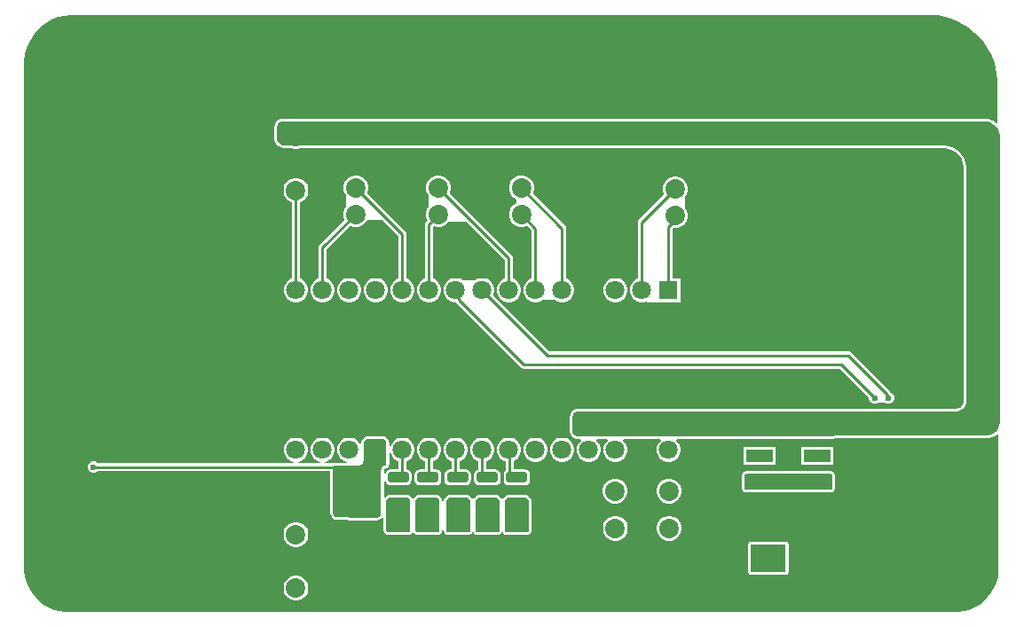
<source format=gtl>
G04*
G04 #@! TF.GenerationSoftware,Altium Limited,Altium Designer,22.5.1 (42)*
G04*
G04 Layer_Physical_Order=1*
G04 Layer_Color=255*
%FSLAX44Y44*%
%MOMM*%
G71*
G04*
G04 #@! TF.SameCoordinates,8C462A5C-675D-4BC4-B2B0-4FF287324B2F*
G04*
G04*
G04 #@! TF.FilePolarity,Positive*
G04*
G01*
G75*
%ADD14C,0.2540*%
G04:AMPARAMS|DCode=16|XSize=1mm|YSize=2mm|CornerRadius=0.25mm|HoleSize=0mm|Usage=FLASHONLY|Rotation=270.000|XOffset=0mm|YOffset=0mm|HoleType=Round|Shape=RoundedRectangle|*
%AMROUNDEDRECTD16*
21,1,1.0000,1.5000,0,0,270.0*
21,1,0.5000,2.0000,0,0,270.0*
1,1,0.5000,-0.7500,-0.2500*
1,1,0.5000,-0.7500,0.2500*
1,1,0.5000,0.7500,0.2500*
1,1,0.5000,0.7500,-0.2500*
%
%ADD16ROUNDEDRECTD16*%
%ADD17R,1.4500X0.9500*%
%ADD18R,1.4000X1.0000*%
%ADD19R,1.0000X0.9000*%
%ADD20R,2.5000X1.2000*%
G04:AMPARAMS|DCode=21|XSize=1mm|YSize=2mm|CornerRadius=0.25mm|HoleSize=0mm|Usage=FLASHONLY|Rotation=180.000|XOffset=0mm|YOffset=0mm|HoleType=Round|Shape=RoundedRectangle|*
%AMROUNDEDRECTD21*
21,1,1.0000,1.5000,0,0,180.0*
21,1,0.5000,2.0000,0,0,180.0*
1,1,0.5000,-0.2500,0.7500*
1,1,0.5000,0.2500,0.7500*
1,1,0.5000,0.2500,-0.7500*
1,1,0.5000,-0.2500,-0.7500*
%
%ADD21ROUNDEDRECTD21*%
%ADD31R,1.8000X1.8000*%
%ADD32C,1.8000*%
%ADD33C,1.8600*%
%ADD34C,0.6000*%
%ADD35C,0.8000*%
G36*
X1342390Y894080D02*
X1342390Y894080D01*
X1343891Y894080D01*
X1346835Y893494D01*
X1349609Y892345D01*
X1352105Y890678D01*
X1354228Y888555D01*
X1355896Y886059D01*
X1357044Y883285D01*
X1357630Y880341D01*
X1357630Y878840D01*
X1357630Y607085D01*
X1357630Y607085D01*
Y605830D01*
X1357141Y603368D01*
X1356183Y601048D01*
X1354792Y598959D01*
X1353020Y597180D01*
X1350937Y595781D01*
X1348620Y594814D01*
X1346160Y594316D01*
X1344906Y594311D01*
X1051304Y593177D01*
X1051304Y593177D01*
X1051290Y593090D01*
X955040D01*
X955040Y593090D01*
X954029Y593090D01*
X952162Y593863D01*
X950733Y595292D01*
X949960Y597160D01*
X949960Y598170D01*
Y612140D01*
X949960D01*
X949960Y612140D01*
X950040Y613344D01*
X950733Y615018D01*
X952162Y616447D01*
X954029Y617220D01*
X955040Y617220D01*
X1314454Y617220D01*
X1315720Y617220D01*
X1315720Y617220D01*
Y617220D01*
X1316716Y617269D01*
X1316916Y617309D01*
X1318669Y617657D01*
X1320509Y618419D01*
X1322165Y619526D01*
X1323574Y620934D01*
X1324680Y622590D01*
X1325443Y624431D01*
X1325831Y626384D01*
X1325880Y627380D01*
X1325880Y848360D01*
X1325880Y848360D01*
X1325880Y848360D01*
X1325770Y850601D01*
X1324895Y854996D01*
X1323181Y859136D01*
X1320691Y862862D01*
X1317522Y866031D01*
X1313796Y868521D01*
X1309656Y870236D01*
X1305261Y871110D01*
X1303020Y871220D01*
X674370Y871220D01*
X673107Y871220D01*
X670773Y872187D01*
X668987Y873973D01*
X668020Y876307D01*
X668020Y877570D01*
Y889000D01*
X668020Y889000D01*
X668020Y889000D01*
X668087Y890172D01*
X668793Y891878D01*
X670222Y893307D01*
X672089Y894080D01*
X673100Y894080D01*
X1342390Y894080D01*
X1342390Y894080D01*
D02*
G37*
G36*
X473710Y995680D02*
X1288984Y995680D01*
X1288984Y995680D01*
X1288984Y995680D01*
X1292234Y995680D01*
X1298704Y995044D01*
X1305079Y993777D01*
X1311301Y991893D01*
X1317308Y989409D01*
X1323043Y986349D01*
X1328451Y982742D01*
X1333480Y978623D01*
X1338081Y974032D01*
X1342211Y969012D01*
X1345831Y963612D01*
X1348904Y957884D01*
X1351401Y951883D01*
X1353300Y945666D01*
X1354580Y939293D01*
X1355231Y932825D01*
X1355238Y929575D01*
X1355321Y892784D01*
X1354148Y892297D01*
X1353936Y892509D01*
X1353724Y892651D01*
X1353544Y892831D01*
X1351048Y894499D01*
X1350812Y894596D01*
X1350600Y894738D01*
X1347826Y895887D01*
X1347576Y895937D01*
X1347341Y896034D01*
X1344396Y896620D01*
X1344141D01*
X1343891Y896670D01*
X1342391Y896670D01*
X1342390Y896670D01*
X673100Y896670D01*
X672089Y896670D01*
X671098Y896473D01*
X669231Y895699D01*
X668391Y895138D01*
X666962Y893709D01*
X666401Y892869D01*
X665694Y891163D01*
X665610Y890738D01*
X665501Y890319D01*
X665434Y889147D01*
X665445Y889073D01*
X665430Y889000D01*
Y877570D01*
X665430Y876307D01*
X665627Y875316D01*
X666594Y872982D01*
X667156Y872142D01*
X668942Y870356D01*
X669782Y869794D01*
X672116Y868827D01*
X673107Y868630D01*
X674370Y868630D01*
X680670D01*
X681230Y868307D01*
X684241Y867500D01*
X687359D01*
X690370Y868307D01*
X690930Y868630D01*
X1044847Y868630D01*
X1046191Y868270D01*
X1049309D01*
X1050653Y868630D01*
X1302957Y868630D01*
X1304943Y868533D01*
X1308900Y867745D01*
X1312569Y866226D01*
X1315871Y864019D01*
X1318679Y861211D01*
X1320886Y857909D01*
X1322405Y854240D01*
X1323192Y850283D01*
X1323290Y848292D01*
X1323290Y627443D01*
X1323254Y626702D01*
X1322952Y625186D01*
X1322385Y623817D01*
X1321562Y622585D01*
X1320515Y621538D01*
X1319283Y620715D01*
X1317914Y620148D01*
X1316411Y619849D01*
X1316411Y619849D01*
X1316411D01*
X1316398Y619846D01*
X1315655Y619810D01*
X1314454Y619810D01*
X955040Y619810D01*
X954030Y619810D01*
X954030Y619810D01*
X954029Y619810D01*
X953492Y619703D01*
X953039Y619613D01*
X953038Y619613D01*
X953038Y619613D01*
X951171Y618839D01*
X950331Y618278D01*
X950331Y618278D01*
X948902Y616849D01*
X948902Y616849D01*
X948902Y616849D01*
X948591Y616384D01*
X948341Y616008D01*
X948341Y616008D01*
X948340Y616008D01*
X947647Y614335D01*
X947565Y613922D01*
X947456Y613516D01*
X947376Y612312D01*
X947387Y612225D01*
X947370Y612140D01*
Y598170D01*
X947370Y597160D01*
X947567Y596169D01*
X947567Y596169D01*
X948341Y594301D01*
X948341Y594301D01*
X948622Y593881D01*
X948902Y593461D01*
X948902Y593461D01*
X950331Y592032D01*
X951171Y591471D01*
X953038Y590697D01*
X954029Y590500D01*
X955040Y590500D01*
X955040Y590500D01*
X957194D01*
X957720Y589230D01*
X955966Y587476D01*
X954446Y584844D01*
X953660Y581909D01*
Y578871D01*
X954446Y575936D01*
X955966Y573304D01*
X958114Y571156D01*
X960746Y569636D01*
X963681Y568850D01*
X966719D01*
X969654Y569636D01*
X972286Y571156D01*
X974434Y573304D01*
X975954Y575936D01*
X976740Y578871D01*
Y581909D01*
X975954Y584844D01*
X974434Y587476D01*
X972680Y589230D01*
X973206Y590500D01*
X982594D01*
X983120Y589230D01*
X981366Y587476D01*
X979846Y584844D01*
X979060Y581909D01*
Y578871D01*
X979846Y575936D01*
X981366Y573304D01*
X983514Y571156D01*
X986146Y569636D01*
X989081Y568850D01*
X992119D01*
X995054Y569636D01*
X997686Y571156D01*
X999834Y573304D01*
X1001354Y575936D01*
X1002140Y578871D01*
Y581909D01*
X1001354Y584844D01*
X999834Y587476D01*
X998080Y589230D01*
X998606Y590500D01*
X1033394D01*
X1033920Y589230D01*
X1032166Y587476D01*
X1030647Y584844D01*
X1029860Y581909D01*
Y578871D01*
X1030647Y575936D01*
X1032166Y573304D01*
X1034314Y571156D01*
X1036946Y569636D01*
X1039881Y568850D01*
X1042919D01*
X1045854Y569636D01*
X1048486Y571156D01*
X1050634Y573304D01*
X1052153Y575936D01*
X1052940Y578871D01*
Y581909D01*
X1052153Y584844D01*
X1050634Y587476D01*
X1048880Y589230D01*
X1049406Y590500D01*
X1051290D01*
X1051582Y590558D01*
X1051879Y590568D01*
X1051926Y590589D01*
X1344915Y591721D01*
X1346171Y591726D01*
X1346420Y591777D01*
X1346674Y591777D01*
X1349134Y592275D01*
X1349369Y592374D01*
X1349619Y592424D01*
X1351935Y593391D01*
X1352146Y593533D01*
X1352381Y593631D01*
X1354464Y595031D01*
X1354644Y595211D01*
X1354718Y595261D01*
X1355658Y595022D01*
X1355989Y594886D01*
X1356275Y467314D01*
X1356275Y467314D01*
X1356281Y464573D01*
X1355576Y459135D01*
X1354167Y453835D01*
X1352077Y448766D01*
X1349342Y444013D01*
X1346010Y439658D01*
X1342137Y435777D01*
X1337790Y432434D01*
X1333043Y429689D01*
X1327978Y427588D01*
X1322682Y426167D01*
X1317246Y425450D01*
X1314504Y425450D01*
X468630Y425450D01*
X465883Y425450D01*
X460436Y426167D01*
X455130Y427589D01*
X450054Y429691D01*
X445296Y432438D01*
X440938Y435783D01*
X437053Y439668D01*
X433708Y444026D01*
X430961Y448784D01*
X428859Y453859D01*
X427437Y459166D01*
X426720Y464613D01*
X426720Y467360D01*
Y948690D01*
X426720Y951770D01*
X427524Y957877D01*
X429118Y963827D01*
X431475Y969518D01*
X434555Y974852D01*
X438305Y979739D01*
X442661Y984095D01*
X447548Y987845D01*
X452882Y990925D01*
X458573Y993282D01*
X464523Y994876D01*
X470630Y995680D01*
X473710Y995680D01*
D02*
G37*
%LPC*%
G36*
X902469Y842370D02*
X899351D01*
X898008Y842010D01*
D01*
X896340Y841563D01*
X893640Y840004D01*
X891436Y837800D01*
X889877Y835100D01*
X889070Y832089D01*
Y828971D01*
X889877Y825960D01*
X891436Y823260D01*
X893640Y821056D01*
X896340Y819497D01*
Y816163D01*
X893640Y814604D01*
X891436Y812400D01*
X889877Y809700D01*
X889070Y806689D01*
Y803571D01*
X889877Y800560D01*
X891436Y797860D01*
X893640Y795656D01*
X896340Y794097D01*
X899351Y793290D01*
X902469D01*
X905480Y794097D01*
X906095Y794452D01*
X910515Y790031D01*
Y743696D01*
X909946Y743543D01*
X907314Y742024D01*
X905166Y739876D01*
X903646Y737244D01*
X902860Y734309D01*
Y731271D01*
X903646Y728336D01*
X905166Y725704D01*
X907314Y723556D01*
X909946Y722037D01*
X912881Y721250D01*
X915919D01*
X918854Y722037D01*
X921486Y723556D01*
X932714D01*
X935346Y722037D01*
X938281Y721250D01*
X941319D01*
X944254Y722037D01*
X946886Y723556D01*
X949034Y725704D01*
X950554Y728336D01*
X951340Y731271D01*
Y734309D01*
X950554Y737244D01*
X949034Y739876D01*
X946886Y742024D01*
X944254Y743543D01*
X943685Y743696D01*
Y791640D01*
X943389Y793127D01*
X942547Y794387D01*
X911588Y825345D01*
X911943Y825960D01*
X912750Y828971D01*
Y832089D01*
X911943Y835100D01*
X910384Y837800D01*
X908180Y840004D01*
X905480Y841563D01*
X902469Y842370D01*
D02*
G37*
G36*
X865119Y744330D02*
X862081D01*
X859146Y743543D01*
X856514Y742024D01*
X845286D01*
X842654Y743543D01*
X839719Y744330D01*
X836681D01*
X833746Y743543D01*
X831114Y742024D01*
X828966Y739876D01*
X827447Y737244D01*
X826660Y734309D01*
Y731271D01*
X827447Y728336D01*
X828966Y725704D01*
X831114Y723556D01*
X833746Y722037D01*
X836681Y721250D01*
X838067D01*
X838411Y720735D01*
X900223Y658923D01*
X901483Y658081D01*
X902970Y657785D01*
X1204891D01*
X1232710Y629966D01*
Y628818D01*
X1233553Y626782D01*
X1235112Y625223D01*
X1237148Y624380D01*
X1239352D01*
X1241388Y625223D01*
X1247812D01*
X1249848Y624380D01*
X1252052D01*
X1254088Y625223D01*
X1255647Y626782D01*
X1256490Y628818D01*
Y631022D01*
X1255647Y633058D01*
X1254088Y634617D01*
X1253789Y634741D01*
X1253035Y635869D01*
X1215597Y673307D01*
X1214337Y674149D01*
X1212850Y674445D01*
X927439D01*
X874059Y727825D01*
X874353Y728336D01*
X875140Y731271D01*
Y734309D01*
X874353Y737244D01*
X872834Y739876D01*
X870686Y742024D01*
X868054Y743543D01*
X865119Y744330D01*
D02*
G37*
G36*
X1049309Y841150D02*
X1046191D01*
X1043180Y840343D01*
X1040480Y838784D01*
X1038276Y836580D01*
X1036717Y833880D01*
X1035910Y830869D01*
Y827751D01*
X1036717Y824740D01*
X1037072Y824125D01*
X1013253Y800307D01*
X1012411Y799047D01*
X1012115Y797560D01*
Y743696D01*
X1011546Y743543D01*
X1008914Y742024D01*
X1006766Y739876D01*
X1005247Y737244D01*
X1004460Y734309D01*
Y731271D01*
X1005247Y728336D01*
X1006766Y725704D01*
X1008914Y723556D01*
X1011546Y722037D01*
X1014481Y721250D01*
X1017519D01*
X1020454Y722037D01*
X1021241Y721250D01*
X1052940D01*
Y744330D01*
X1045285D01*
Y791113D01*
X1046191Y792070D01*
X1049309D01*
X1052320Y792877D01*
X1055020Y794436D01*
X1057224Y796640D01*
X1058783Y799340D01*
X1059590Y802351D01*
Y805469D01*
X1058783Y808480D01*
X1057224Y811180D01*
Y822040D01*
X1058783Y824740D01*
X1059590Y827751D01*
Y830869D01*
X1058783Y833880D01*
X1057224Y836580D01*
X1055020Y838784D01*
X1052320Y840343D01*
X1049309Y841150D01*
D02*
G37*
G36*
X992119Y744330D02*
X989081D01*
X986146Y743543D01*
X983514Y742024D01*
X981366Y739876D01*
X979846Y737244D01*
X979060Y734309D01*
Y731271D01*
X979846Y728336D01*
X981366Y725704D01*
X983514Y723556D01*
X986146Y722037D01*
X989081Y721250D01*
X992119D01*
X995054Y722037D01*
X997686Y723556D01*
X999834Y725704D01*
X1001354Y728336D01*
X1002140Y731271D01*
Y734309D01*
X1001354Y737244D01*
X999834Y739876D01*
X997686Y742024D01*
X995054Y743543D01*
X992119Y744330D01*
D02*
G37*
G36*
X823249Y842370D02*
X820131D01*
X818788Y842010D01*
X817120Y841563D01*
X814420Y840004D01*
X812216Y837800D01*
X810657Y835100D01*
X809850Y832089D01*
Y828971D01*
X810657Y825960D01*
X812216Y823260D01*
Y812400D01*
X810657Y809700D01*
X809850Y806689D01*
Y803571D01*
X810657Y800560D01*
X811290Y799463D01*
X810053Y798226D01*
X809211Y796966D01*
X808915Y795480D01*
Y743696D01*
X808346Y743543D01*
X805714Y742024D01*
X803566Y739876D01*
X802047Y737244D01*
X801260Y734309D01*
Y731271D01*
X802047Y728336D01*
X803566Y725704D01*
X805714Y723556D01*
X808346Y722037D01*
X811281Y721250D01*
X814319D01*
X817254Y722037D01*
X819886Y723556D01*
X822034Y725704D01*
X823553Y728336D01*
X824340Y731271D01*
Y734309D01*
X823553Y737244D01*
X822034Y739876D01*
X819886Y742024D01*
X817254Y743543D01*
X816685Y743696D01*
Y792952D01*
X817953Y793874D01*
X820131Y793290D01*
X823249D01*
X826260Y794097D01*
X828960Y795656D01*
X831164Y797860D01*
X848866D01*
X885115Y761611D01*
Y743696D01*
X884546Y743543D01*
X881914Y742024D01*
X879766Y739876D01*
X878247Y737244D01*
X877460Y734309D01*
Y731271D01*
X878247Y728336D01*
X879766Y725704D01*
X881914Y723556D01*
X884546Y722037D01*
X887481Y721250D01*
X890519D01*
X893454Y722037D01*
X896086Y723556D01*
X898234Y725704D01*
X899753Y728336D01*
X900540Y731271D01*
Y734309D01*
X899753Y737244D01*
X898234Y739876D01*
X896086Y742024D01*
X893454Y743543D01*
X892885Y743696D01*
Y763220D01*
X892589Y764707D01*
X891747Y765967D01*
X832368Y825345D01*
X832723Y825960D01*
X833530Y828971D01*
Y832089D01*
X832723Y835100D01*
X831164Y837800D01*
X828960Y840004D01*
X826260Y841563D01*
X823249Y842370D01*
D02*
G37*
G36*
X744509D02*
X741391D01*
X738380Y841563D01*
X735680Y840004D01*
X733476Y837800D01*
X731917Y835100D01*
X731110Y832089D01*
Y828971D01*
X731917Y825960D01*
X733476Y823260D01*
Y812400D01*
X731917Y809700D01*
X731110Y806689D01*
Y803571D01*
X731917Y800560D01*
X732272Y799945D01*
X708453Y776127D01*
X707611Y774867D01*
X707315Y773380D01*
Y743696D01*
X706746Y743543D01*
X704114Y742024D01*
X701966Y739876D01*
X700446Y737244D01*
X699660Y734309D01*
Y731271D01*
X700446Y728336D01*
X701966Y725704D01*
X704114Y723556D01*
X706746Y722037D01*
X709681Y721250D01*
X712719D01*
X715654Y722037D01*
X718286Y723556D01*
X720434Y725704D01*
X721954Y728336D01*
X722740Y731271D01*
Y734309D01*
X721954Y737244D01*
X720434Y739876D01*
X718286Y742024D01*
X715654Y743543D01*
X715085Y743696D01*
Y771771D01*
X737765Y794452D01*
X738380Y794097D01*
X741391Y793290D01*
X744509D01*
X747520Y794097D01*
X750220Y795656D01*
X752424Y797860D01*
X753658Y799997D01*
X754443Y800100D01*
X767886D01*
X783515Y784471D01*
Y743696D01*
X782946Y743543D01*
X780314Y742024D01*
X778166Y739876D01*
X776646Y737244D01*
X775860Y734309D01*
Y731271D01*
X776646Y728336D01*
X778166Y725704D01*
X780314Y723556D01*
X782946Y722037D01*
X785881Y721250D01*
X788919D01*
X791854Y722037D01*
X794486Y723556D01*
X796634Y725704D01*
X798154Y728336D01*
X798940Y731271D01*
Y734309D01*
X798154Y737244D01*
X796634Y739876D01*
X794486Y742024D01*
X791854Y743543D01*
X791285Y743696D01*
Y786080D01*
X790989Y787567D01*
X790147Y788827D01*
X753628Y825345D01*
X753983Y825960D01*
X754790Y828971D01*
Y832089D01*
X753983Y835100D01*
X752424Y837800D01*
X750220Y840004D01*
X747520Y841563D01*
X745852Y842010D01*
D01*
X744509Y842370D01*
D02*
G37*
G36*
X763519Y744330D02*
X760481D01*
X757546Y743543D01*
X754914Y742024D01*
X752766Y739876D01*
X751246Y737244D01*
X750460Y734309D01*
Y731271D01*
X751246Y728336D01*
X752766Y725704D01*
X754914Y723556D01*
X757546Y722037D01*
X760481Y721250D01*
X763519D01*
X766454Y722037D01*
X769086Y723556D01*
X771234Y725704D01*
X772754Y728336D01*
X773540Y731271D01*
Y734309D01*
X772754Y737244D01*
X771234Y739876D01*
X769086Y742024D01*
X766454Y743543D01*
X763519Y744330D01*
D02*
G37*
G36*
X738119D02*
X735081D01*
X732146Y743543D01*
X729514Y742024D01*
X727366Y739876D01*
X725846Y737244D01*
X725060Y734309D01*
Y731271D01*
X725846Y728336D01*
X727366Y725704D01*
X729514Y723556D01*
X732146Y722037D01*
X735081Y721250D01*
X738119D01*
X741054Y722037D01*
X743686Y723556D01*
X745834Y725704D01*
X747354Y728336D01*
X748140Y731271D01*
Y734309D01*
X747354Y737244D01*
X745834Y739876D01*
X743686Y742024D01*
X741054Y743543D01*
X738119Y744330D01*
D02*
G37*
G36*
X687359Y839880D02*
X684241D01*
X681230Y839073D01*
X678530Y837514D01*
X676326Y835310D01*
X674767Y832610D01*
X673960Y829599D01*
Y826481D01*
X674767Y823470D01*
X676326Y820770D01*
X678530Y818566D01*
X681230Y817007D01*
X681915Y816823D01*
Y743696D01*
X681346Y743543D01*
X678714Y742024D01*
X676566Y739876D01*
X675046Y737244D01*
X674260Y734309D01*
Y731271D01*
X675046Y728336D01*
X676566Y725704D01*
X678714Y723556D01*
X681346Y722037D01*
X684281Y721250D01*
X687319D01*
X690254Y722037D01*
X692886Y723556D01*
X695034Y725704D01*
X696553Y728336D01*
X697340Y731271D01*
Y734309D01*
X696553Y737244D01*
X695034Y739876D01*
X692886Y742024D01*
X690254Y743543D01*
X689685Y743696D01*
Y816823D01*
X690370Y817007D01*
X693070Y818566D01*
X695274Y820770D01*
X696833Y823470D01*
X697640Y826481D01*
Y829599D01*
X696833Y832610D01*
X695274Y835310D01*
X693070Y837514D01*
X690370Y839073D01*
X687359Y839880D01*
D02*
G37*
G36*
X769108Y593140D02*
X769108Y593140D01*
X769108Y593140D01*
X754380Y593139D01*
X754379Y593139D01*
X753622Y593139D01*
X752631Y592942D01*
X751231Y592362D01*
X750390Y591801D01*
X749319Y590729D01*
X748757Y589889D01*
X748177Y588489D01*
X747980Y587498D01*
Y586299D01*
X746710Y585959D01*
X745834Y587476D01*
X743686Y589624D01*
X741054Y591143D01*
X738119Y591930D01*
X735081D01*
X732146Y591143D01*
X729514Y589624D01*
X727366Y587476D01*
X725846Y584844D01*
X725060Y581909D01*
Y578871D01*
X725846Y575936D01*
X727366Y573304D01*
X729514Y571156D01*
X732146Y569636D01*
X734485Y569010D01*
X734317Y567740D01*
X722630Y567740D01*
X722630Y567740D01*
X722377D01*
X722036Y567672D01*
X721569Y567765D01*
X713576D01*
X713408Y569035D01*
X715654Y569636D01*
X718286Y571156D01*
X720434Y573304D01*
X721954Y575936D01*
X722740Y578871D01*
Y581909D01*
X721954Y584844D01*
X720434Y587476D01*
X718286Y589624D01*
X715654Y591143D01*
X712719Y591930D01*
X709681D01*
X706746Y591143D01*
X704114Y589624D01*
X701966Y587476D01*
X700446Y584844D01*
X699660Y581909D01*
Y578871D01*
X700446Y575936D01*
X701966Y573304D01*
X704114Y571156D01*
X706746Y569636D01*
X708992Y569035D01*
X708824Y567765D01*
X688176D01*
X688008Y569035D01*
X690254Y569636D01*
X692886Y571156D01*
X695034Y573304D01*
X696553Y575936D01*
X697340Y578871D01*
Y581909D01*
X696553Y584844D01*
X695034Y587476D01*
X692886Y589624D01*
X690254Y591143D01*
X687319Y591930D01*
X684281D01*
X681346Y591143D01*
X678714Y589624D01*
X676566Y587476D01*
X675046Y584844D01*
X674260Y581909D01*
Y578871D01*
X675046Y575936D01*
X676566Y573304D01*
X678714Y571156D01*
X681346Y569636D01*
X683592Y569035D01*
X683425Y567765D01*
X496710D01*
X495898Y568577D01*
X493862Y569420D01*
X491658D01*
X489622Y568577D01*
X488063Y567018D01*
X487220Y564982D01*
Y562778D01*
X488063Y560742D01*
X489622Y559183D01*
X491658Y558340D01*
X493862D01*
X495898Y559183D01*
X496710Y559995D01*
X718770D01*
Y520700D01*
X718770Y519689D01*
X718967Y518699D01*
X718967Y518698D01*
X719741Y516831D01*
X719741Y516831D01*
X720302Y515991D01*
X721731Y514562D01*
X722571Y514001D01*
X723135Y513767D01*
X724126Y513570D01*
X735016D01*
X735529Y513227D01*
X736520Y513030D01*
X762000D01*
X763010Y513030D01*
X763010Y513030D01*
X763010Y513030D01*
X763380Y513104D01*
X764001Y513227D01*
X764001Y513227D01*
X765869Y514001D01*
X766185Y514212D01*
X766709Y514562D01*
X766709Y514562D01*
X768138Y515991D01*
X768300Y516234D01*
X769570Y515849D01*
Y504190D01*
X769570Y504190D01*
Y503685D01*
X769767Y502694D01*
X770154Y501760D01*
X770715Y500920D01*
X771430Y500205D01*
X772270Y499644D01*
X773204Y499257D01*
X774195Y499060D01*
X792480D01*
X792772Y499118D01*
X793069Y499128D01*
X794227Y499398D01*
X794420Y499486D01*
X794629Y499528D01*
X794910Y499644D01*
X794910Y499644D01*
X794910Y499644D01*
X795332Y499926D01*
X795750Y500205D01*
X795750Y500205D01*
X795750Y500205D01*
X796464Y500920D01*
X796837Y501477D01*
X797438Y501612D01*
X797682D01*
X798283Y501477D01*
X798655Y500920D01*
X799370Y500205D01*
X800210Y499644D01*
X801144Y499257D01*
X802135Y499060D01*
X820420D01*
X820712Y499118D01*
X821009Y499128D01*
X822167Y499398D01*
X822360Y499486D01*
X822569Y499528D01*
X822850Y499644D01*
X822850Y499644D01*
X822850Y499644D01*
X823272Y499926D01*
X823690Y500205D01*
X823690Y500205D01*
X823690Y500205D01*
X824405Y500920D01*
X824966Y501760D01*
X825353Y502694D01*
X825353Y502694D01*
X825488Y503372D01*
X826782D01*
X826917Y502694D01*
X827304Y501760D01*
X827866Y500920D01*
X828580Y500205D01*
X829420Y499644D01*
X830354Y499257D01*
X831345Y499060D01*
X849630D01*
X849921Y499118D01*
X850219Y499128D01*
X851377Y499398D01*
X851570Y499486D01*
X851779Y499528D01*
X852060Y499644D01*
X852060Y499644D01*
X852060Y499644D01*
X852482Y499926D01*
X852900Y500205D01*
X852900Y500205D01*
X852900Y500205D01*
X853615Y500920D01*
X853987Y501477D01*
X854588Y501612D01*
X854832D01*
X855433Y501477D01*
X855806Y500920D01*
X856520Y500205D01*
X857360Y499644D01*
X858294Y499257D01*
X859285Y499060D01*
X877570D01*
X877861Y499118D01*
X878159Y499128D01*
X879317Y499398D01*
X879510Y499486D01*
X879719Y499528D01*
X880000Y499644D01*
X880000Y499644D01*
X880000Y499644D01*
X880422Y499926D01*
X880840Y500205D01*
X880840Y500205D01*
X880840Y500205D01*
X881554Y500920D01*
X881927Y501477D01*
X882528Y501612D01*
X882772D01*
X883373Y501477D01*
X883745Y500920D01*
X884460Y500205D01*
X885300Y499644D01*
X886234Y499257D01*
X887225Y499060D01*
X905510D01*
X905801Y499118D01*
X906099Y499128D01*
X907257Y499398D01*
X907450Y499486D01*
X907659Y499528D01*
X907940Y499644D01*
X907940Y499644D01*
X907940Y499644D01*
X908362Y499926D01*
X908780Y500205D01*
X908780Y500205D01*
X908780Y500205D01*
X909494Y500920D01*
X910056Y501760D01*
X910443Y502694D01*
X910443Y502694D01*
X910561Y503291D01*
X910640Y503685D01*
X910640Y503685D01*
X910640Y503685D01*
X910640Y504190D01*
X910640Y530860D01*
X910602Y531052D01*
X910611Y531248D01*
X910429Y532443D01*
X910323Y532738D01*
X910262Y533046D01*
X909863Y534009D01*
X909301Y534849D01*
X908229Y535921D01*
X907389Y536483D01*
X907389Y536483D01*
X905989Y537063D01*
X905989Y537063D01*
X904998Y537260D01*
X889000Y537260D01*
X888999Y537260D01*
X888242D01*
X887251Y537062D01*
X885851Y536482D01*
X885011Y535921D01*
X883939Y534849D01*
X883377Y534009D01*
X883337Y533912D01*
X881963Y533912D01*
X881923Y534009D01*
X881361Y534849D01*
X880289Y535921D01*
X879449Y536483D01*
X879449Y536483D01*
X878049Y537063D01*
X878049Y537063D01*
X877058Y537260D01*
X861060Y537260D01*
X861059Y537260D01*
X860302D01*
X859311Y537062D01*
X857911Y536482D01*
X857070Y535921D01*
X855999Y534849D01*
X855437Y534009D01*
X855397Y533912D01*
X854023Y533912D01*
X853983Y534009D01*
X853421Y534849D01*
X852349Y535921D01*
X851509Y536483D01*
X851509Y536483D01*
X850109Y537063D01*
X850109Y537063D01*
X849118Y537260D01*
X833120Y537260D01*
X833119Y537260D01*
X832362D01*
X831371Y537062D01*
X829971Y536482D01*
X829130Y535921D01*
X828059Y534849D01*
X827497Y534009D01*
X826917Y532609D01*
X826720Y531618D01*
X825461Y531643D01*
X825339Y532443D01*
X825233Y532738D01*
X825172Y533046D01*
X824773Y534009D01*
X824211Y534849D01*
X823139Y535921D01*
X822299Y536483D01*
X822299Y536483D01*
X820899Y537063D01*
X820899Y537063D01*
X819908Y537260D01*
X803910Y537260D01*
X803909Y537260D01*
X803152D01*
X802161Y537062D01*
X800761Y536482D01*
X799921Y535921D01*
X798849Y534849D01*
X798287Y534009D01*
X798247Y533912D01*
X796873Y533912D01*
X796833Y534009D01*
X796271Y534849D01*
X795199Y535921D01*
X794359Y536483D01*
X794359Y536483D01*
X792959Y537063D01*
X792959Y537063D01*
X791968Y537260D01*
X775970Y537260D01*
X775969Y537260D01*
X775212D01*
X774221Y537062D01*
X772821Y536482D01*
X771981Y535921D01*
X770940Y534880D01*
X770807Y534885D01*
X769670Y535281D01*
X769670Y561213D01*
X769693Y561447D01*
X769721Y561516D01*
X769721Y561516D01*
X769918Y561990D01*
X770240Y562312D01*
X770783Y562537D01*
X771017Y562560D01*
X771143D01*
X772134Y562757D01*
X772600Y562951D01*
X773441Y563512D01*
X773798Y563869D01*
X773798Y563869D01*
X774359Y564709D01*
X774553Y565176D01*
X774553Y565176D01*
X774661Y565719D01*
X774750Y566167D01*
Y578107D01*
X776020Y578275D01*
X776646Y575936D01*
X778166Y573304D01*
X780314Y571156D01*
X782946Y569636D01*
X783515Y569484D01*
Y561659D01*
X776090D01*
X774124Y561268D01*
X772456Y560154D01*
X771342Y558487D01*
X770951Y556520D01*
Y551520D01*
X771342Y549553D01*
X772456Y547886D01*
X774124Y546772D01*
X776090Y546381D01*
X791090D01*
X793056Y546772D01*
X794724Y547886D01*
X795838Y549553D01*
X796229Y551520D01*
Y556520D01*
X795838Y558487D01*
X794724Y560154D01*
X793056Y561268D01*
X791285Y561620D01*
Y569484D01*
X791854Y569636D01*
X794486Y571156D01*
X796634Y573304D01*
X798154Y575936D01*
X798940Y578871D01*
Y581909D01*
X798154Y584844D01*
X796634Y587476D01*
X794486Y589624D01*
X791854Y591143D01*
X788919Y591930D01*
X785881D01*
X782946Y591143D01*
X780314Y589624D01*
X778166Y587476D01*
X776646Y584844D01*
X776020Y582505D01*
X774750Y582673D01*
Y586739D01*
X774749Y586742D01*
Y586743D01*
X774713Y586926D01*
X774723Y587113D01*
X774555Y588272D01*
X774448Y588577D01*
X774385Y588893D01*
X773973Y589889D01*
X773411Y590729D01*
X772339Y591801D01*
X772339Y591801D01*
X771816Y592151D01*
X771499Y592362D01*
X770099Y592943D01*
X770099Y592943D01*
X769572Y593047D01*
X769108Y593140D01*
D02*
G37*
G36*
X941319Y591930D02*
X938281D01*
X935346Y591143D01*
X932714Y589624D01*
X930566Y587476D01*
X929046Y584844D01*
X928260Y581909D01*
Y578871D01*
X929046Y575936D01*
X930566Y573304D01*
X932714Y571156D01*
X935346Y569636D01*
X938281Y568850D01*
X941319D01*
X944254Y569636D01*
X946886Y571156D01*
X949034Y573304D01*
X950554Y575936D01*
X951340Y578871D01*
Y581909D01*
X950554Y584844D01*
X949034Y587476D01*
X946886Y589624D01*
X944254Y591143D01*
X941319Y591930D01*
D02*
G37*
G36*
X915919D02*
X912881D01*
X909946Y591143D01*
X907314Y589624D01*
X905166Y587476D01*
X903646Y584844D01*
X902860Y581909D01*
Y578871D01*
X903646Y575936D01*
X905166Y573304D01*
X907314Y571156D01*
X909946Y569636D01*
X912881Y568850D01*
X915919D01*
X918854Y569636D01*
X921486Y571156D01*
X923634Y573304D01*
X925154Y575936D01*
X925940Y578871D01*
Y581909D01*
X925154Y584844D01*
X923634Y587476D01*
X921486Y589624D01*
X918854Y591143D01*
X915919Y591930D01*
D02*
G37*
G36*
X1198240Y583450D02*
X1168160D01*
Y566370D01*
X1198240D01*
Y583450D01*
D02*
G37*
G36*
X1143240D02*
X1113160D01*
Y566370D01*
X1143240D01*
Y583450D01*
D02*
G37*
G36*
X1116330Y560120D02*
X1116329Y560120D01*
X1115825Y560120D01*
X1114834Y559923D01*
X1113900Y559536D01*
X1113060Y558974D01*
X1112345Y558260D01*
X1111784Y557420D01*
X1111397Y556486D01*
X1111397Y556486D01*
X1111279Y555889D01*
X1111200Y555495D01*
X1111200Y555495D01*
X1111200Y555495D01*
X1111200Y554990D01*
X1111200Y544830D01*
X1111200Y544830D01*
X1111200Y544325D01*
X1111200Y544325D01*
X1111200Y544325D01*
X1111279Y543930D01*
X1111397Y543334D01*
X1111397Y543334D01*
X1111784Y542400D01*
X1112346Y541560D01*
X1113060Y540845D01*
X1113900Y540284D01*
X1114834Y539897D01*
X1115825Y539700D01*
X1116330Y539700D01*
X1195575D01*
X1196566Y539897D01*
X1197500Y540284D01*
X1198340Y540845D01*
X1199054Y541560D01*
X1199616Y542400D01*
X1200003Y543334D01*
X1200003Y543334D01*
X1200200Y544325D01*
Y554990D01*
X1200142Y555279D01*
X1200133Y555574D01*
X1199869Y556717D01*
X1199780Y556913D01*
X1199738Y557124D01*
X1199616Y557420D01*
X1199616Y557420D01*
X1199055Y558260D01*
X1198340Y558974D01*
X1197500Y559536D01*
X1196566Y559923D01*
X1196566Y559923D01*
X1196566Y559923D01*
X1196035Y560028D01*
X1195575Y560120D01*
X1195575Y560120D01*
X1195575Y560120D01*
X1195070Y560120D01*
X1116330Y560120D01*
D02*
G37*
G36*
X890519Y591930D02*
X887481D01*
X884546Y591143D01*
X881914Y589624D01*
X879766Y587476D01*
X878247Y584844D01*
X877460Y581909D01*
Y578871D01*
X878247Y575936D01*
X879766Y573304D01*
X881914Y571156D01*
X884546Y569636D01*
X885803Y569300D01*
Y560375D01*
X885471Y560154D01*
X884357Y558487D01*
X883966Y556520D01*
Y551520D01*
X884357Y549553D01*
X885471Y547886D01*
X887139Y546772D01*
X889105Y546381D01*
X904105D01*
X906071Y546772D01*
X907739Y547886D01*
X908853Y549553D01*
X909244Y551520D01*
Y556520D01*
X908853Y558487D01*
X907739Y560154D01*
X906071Y561268D01*
X904105Y561659D01*
X893572D01*
Y569705D01*
X896086Y571156D01*
X898234Y573304D01*
X899753Y575936D01*
X900540Y578871D01*
Y581909D01*
X899753Y584844D01*
X898234Y587476D01*
X896086Y589624D01*
X893454Y591143D01*
X890519Y591930D01*
D02*
G37*
G36*
X865119D02*
X862081D01*
X859146Y591143D01*
X856514Y589624D01*
X854366Y587476D01*
X852847Y584844D01*
X852060Y581909D01*
Y578871D01*
X852847Y575936D01*
X854366Y573304D01*
X856514Y571156D01*
X859146Y569636D01*
X859715Y569484D01*
Y561433D01*
X858885Y561268D01*
X857218Y560154D01*
X856104Y558487D01*
X855713Y556520D01*
Y551520D01*
X856104Y549553D01*
X857218Y547886D01*
X858885Y546772D01*
X860851Y546381D01*
X875851D01*
X877818Y546772D01*
X879485Y547886D01*
X880599Y549553D01*
X880990Y551520D01*
Y556520D01*
X880599Y558487D01*
X879485Y560154D01*
X877818Y561268D01*
X875851Y561659D01*
X867485D01*
Y569484D01*
X868054Y569636D01*
X870686Y571156D01*
X872834Y573304D01*
X874353Y575936D01*
X875140Y578871D01*
Y581909D01*
X874353Y584844D01*
X872834Y587476D01*
X870686Y589624D01*
X868054Y591143D01*
X865119Y591930D01*
D02*
G37*
G36*
X839719D02*
X836681D01*
X833746Y591143D01*
X831114Y589624D01*
X828966Y587476D01*
X827447Y584844D01*
X826660Y581909D01*
Y578871D01*
X827447Y575936D01*
X828966Y573304D01*
X831114Y571156D01*
X833746Y569636D01*
X834315Y569484D01*
Y561659D01*
X832598D01*
X830631Y561268D01*
X828964Y560154D01*
X827850Y558487D01*
X827459Y556520D01*
Y551520D01*
X827850Y549553D01*
X828964Y547886D01*
X830631Y546772D01*
X832598Y546381D01*
X847598D01*
X849564Y546772D01*
X851231Y547886D01*
X852345Y549553D01*
X852736Y551520D01*
Y556520D01*
X852345Y558487D01*
X851231Y560154D01*
X849564Y561268D01*
X847598Y561659D01*
X842085D01*
Y569484D01*
X842654Y569636D01*
X845286Y571156D01*
X847434Y573304D01*
X848953Y575936D01*
X849740Y578871D01*
Y581909D01*
X848953Y584844D01*
X847434Y587476D01*
X845286Y589624D01*
X842654Y591143D01*
X839719Y591930D01*
D02*
G37*
G36*
X814319D02*
X811281D01*
X808346Y591143D01*
X805714Y589624D01*
X803566Y587476D01*
X802047Y584844D01*
X801260Y581909D01*
Y578871D01*
X802047Y575936D01*
X803566Y573304D01*
X805714Y571156D01*
X808346Y569636D01*
X808915Y569484D01*
Y561659D01*
X804344D01*
X802377Y561268D01*
X800710Y560154D01*
X799596Y558487D01*
X799205Y556520D01*
Y551520D01*
X799596Y549553D01*
X800710Y547886D01*
X802377Y546772D01*
X804344Y546381D01*
X819344D01*
X821310Y546772D01*
X822977Y547886D01*
X824091Y549553D01*
X824482Y551520D01*
Y556520D01*
X824091Y558487D01*
X822977Y560154D01*
X821310Y561268D01*
X819344Y561659D01*
X816685D01*
Y569484D01*
X817254Y569636D01*
X819886Y571156D01*
X822034Y573304D01*
X823553Y575936D01*
X824340Y578871D01*
Y581909D01*
X823553Y584844D01*
X822034Y587476D01*
X819886Y589624D01*
X817254Y591143D01*
X814319Y591930D01*
D02*
G37*
G36*
X1043209Y552860D02*
X1040091D01*
X1037080Y552053D01*
X1034380Y550494D01*
X1032176Y548290D01*
X1030617Y545590D01*
X1029810Y542579D01*
Y539461D01*
X1030617Y536450D01*
X1032176Y533750D01*
X1034380Y531546D01*
X1037080Y529987D01*
X1040091Y529180D01*
X1043209D01*
X1046220Y529987D01*
X1048920Y531546D01*
X1051124Y533750D01*
X1052683Y536450D01*
X1053490Y539461D01*
Y542579D01*
X1052683Y545590D01*
X1051124Y548290D01*
X1048920Y550494D01*
X1046220Y552053D01*
X1043209Y552860D01*
D02*
G37*
G36*
X991909D02*
X988791D01*
X985780Y552053D01*
X983080Y550494D01*
X980876Y548290D01*
X979317Y545590D01*
X978510Y542579D01*
Y539461D01*
X979317Y536450D01*
X980876Y533750D01*
X983080Y531546D01*
X985780Y529987D01*
X988791Y529180D01*
X991909D01*
X994920Y529987D01*
X997620Y531546D01*
X999824Y533750D01*
X1001383Y536450D01*
X1002190Y539461D01*
Y542579D01*
X1001383Y545590D01*
X999824Y548290D01*
X997620Y550494D01*
X994920Y552053D01*
X991909Y552860D01*
D02*
G37*
G36*
X1043459Y517300D02*
X1040341D01*
X1037330Y516493D01*
X1034630Y514934D01*
X1032426Y512730D01*
X1030867Y510030D01*
X1030060Y507019D01*
Y503901D01*
X1030867Y500890D01*
X1032426Y498190D01*
X1034630Y495986D01*
X1037330Y494427D01*
X1040341Y493620D01*
X1043459D01*
X1046470Y494427D01*
X1049170Y495986D01*
X1051374Y498190D01*
X1052933Y500890D01*
X1053740Y503901D01*
Y507019D01*
X1052933Y510030D01*
X1051374Y512730D01*
X1049170Y514934D01*
X1046470Y516493D01*
X1043459Y517300D01*
D02*
G37*
G36*
X992159D02*
X989041D01*
X986030Y516493D01*
X983330Y514934D01*
X981126Y512730D01*
X979567Y510030D01*
X978760Y507019D01*
Y503901D01*
X979567Y500890D01*
X981126Y498190D01*
X983330Y495986D01*
X986030Y494427D01*
X989041Y493620D01*
X992159D01*
X995170Y494427D01*
X997870Y495986D01*
X1000074Y498190D01*
X1001633Y500890D01*
X1002440Y503901D01*
Y507019D01*
X1001633Y510030D01*
X1000074Y512730D01*
X997870Y514934D01*
X995170Y516493D01*
X992159Y517300D01*
D02*
G37*
G36*
X687359Y511450D02*
X684241D01*
X681230Y510643D01*
X678530Y509084D01*
X676326Y506880D01*
X674767Y504180D01*
X673960Y501169D01*
Y498051D01*
X674767Y495040D01*
X676326Y492340D01*
X678530Y490136D01*
X681230Y488577D01*
X684241Y487770D01*
X687359D01*
X690370Y488577D01*
X693070Y490136D01*
X695274Y492340D01*
X696833Y495040D01*
X697640Y498051D01*
Y501169D01*
X696833Y504180D01*
X695274Y506880D01*
X693070Y509084D01*
X690370Y510643D01*
X687359Y511450D01*
D02*
G37*
G36*
X1153160Y492810D02*
X1120140D01*
X1119149Y492613D01*
X1118309Y492051D01*
X1117747Y491211D01*
X1117550Y490220D01*
Y463550D01*
X1117747Y462559D01*
X1118309Y461719D01*
X1119149Y461157D01*
X1120140Y460960D01*
X1153160D01*
X1154151Y461157D01*
X1154991Y461719D01*
X1155553Y462559D01*
X1155750Y463550D01*
Y490220D01*
X1155553Y491211D01*
X1154991Y492051D01*
X1154151Y492613D01*
X1153160Y492810D01*
D02*
G37*
G36*
X687359Y460150D02*
X684241D01*
X681230Y459343D01*
X678530Y457784D01*
X676326Y455580D01*
X674767Y452880D01*
X673960Y449869D01*
Y446751D01*
X674767Y443740D01*
X676326Y441040D01*
X678530Y438836D01*
X681230Y437277D01*
X684241Y436470D01*
X687359D01*
X690370Y437277D01*
X693070Y438836D01*
X695274Y441040D01*
X696833Y443740D01*
X697640Y446751D01*
Y449869D01*
X696833Y452880D01*
X695274Y455580D01*
X693070Y457784D01*
X690370Y459343D01*
X687359Y460150D01*
D02*
G37*
%LPD*%
G36*
X770508Y589970D02*
X771580Y588898D01*
X771992Y587902D01*
X772160Y586743D01*
Y586740D01*
X772160Y586740D01*
X772160Y586739D01*
Y566167D01*
X771967Y565701D01*
X771609Y565343D01*
X771143Y565150D01*
X770890D01*
X770147Y565077D01*
X768773Y564508D01*
X767722Y563457D01*
X767329Y562507D01*
X767153Y562083D01*
X767080Y561340D01*
X767080D01*
X767080Y561340D01*
X767080Y520700D01*
X767080Y519689D01*
X766307Y517822D01*
X764877Y516393D01*
X763010Y515620D01*
X762000Y515620D01*
X736520D01*
Y516160D01*
X724126D01*
X723562Y516393D01*
X722133Y517822D01*
X721360Y519689D01*
X721360Y520700D01*
Y564133D01*
X721553Y564599D01*
X721911Y564957D01*
X722377Y565150D01*
X722630D01*
X722630Y565150D01*
X744220Y565150D01*
X745459Y565272D01*
X747748Y566220D01*
X749500Y567972D01*
X750448Y570261D01*
X750570Y571500D01*
X750570Y571500D01*
Y587498D01*
X751150Y588898D01*
X752222Y589970D01*
X753622Y590550D01*
X754380Y590550D01*
X754380Y590550D01*
X769108Y590550D01*
X770508Y589970D01*
D02*
G37*
G36*
X904998Y534670D02*
X906398Y534090D01*
X907470Y533018D01*
X907869Y532055D01*
X908050Y530860D01*
X908050Y530860D01*
X908050Y504190D01*
X908050Y503685D01*
X907663Y502751D01*
X906949Y502037D01*
X906668Y501920D01*
X905510Y501650D01*
X887225D01*
X886291Y502037D01*
X885577Y502751D01*
X885190Y503685D01*
Y504190D01*
X885190Y504190D01*
X885190Y531618D01*
X885770Y533018D01*
X886842Y534090D01*
X888242Y534670D01*
X889000D01*
X889000Y534670D01*
X904998Y534670D01*
D02*
G37*
G36*
X877058D02*
X878458Y534090D01*
X879530Y533018D01*
X879929Y532055D01*
X880110Y530860D01*
X880110Y530860D01*
X880110Y504190D01*
X880110Y503685D01*
X879723Y502751D01*
X879009Y502037D01*
X878728Y501920D01*
X877570Y501650D01*
X859285D01*
X858351Y502037D01*
X857637Y502751D01*
X857250Y503685D01*
Y504190D01*
X857250Y504190D01*
X857250Y531618D01*
X857830Y533018D01*
X858902Y534090D01*
X860302Y534670D01*
X861060D01*
X861060Y534670D01*
X877058Y534670D01*
D02*
G37*
G36*
X849118D02*
X850518Y534090D01*
X851590Y533018D01*
X851989Y532055D01*
X852170Y530860D01*
X852170Y530860D01*
X852170Y504190D01*
X852170Y503685D01*
X851783Y502751D01*
X851069Y502037D01*
X850788Y501920D01*
X849630Y501650D01*
X831345D01*
X830411Y502037D01*
X829697Y502751D01*
X829310Y503685D01*
Y504190D01*
X829310Y504190D01*
X829310Y531618D01*
X829890Y533018D01*
X830962Y534090D01*
X832362Y534670D01*
X833120D01*
X833120Y534670D01*
X849118Y534670D01*
D02*
G37*
G36*
X819908D02*
X821308Y534090D01*
X822380Y533018D01*
X822779Y532055D01*
X822960Y530860D01*
X822960Y530860D01*
X822960Y504190D01*
X822960Y503685D01*
X822573Y502751D01*
X821859Y502037D01*
X821578Y501920D01*
X820420Y501650D01*
X802135D01*
X801201Y502037D01*
X800487Y502751D01*
X800100Y503685D01*
Y504190D01*
X800100Y504190D01*
X800100Y531618D01*
X800680Y533018D01*
X801752Y534090D01*
X803152Y534670D01*
X803910D01*
X803910Y534670D01*
X819908Y534670D01*
D02*
G37*
G36*
X791968D02*
X793368Y534090D01*
X794440Y533018D01*
X794839Y532055D01*
X795020Y530860D01*
X795020Y530860D01*
X795020Y504190D01*
X795020Y503685D01*
X794633Y502751D01*
X793919Y502037D01*
X793638Y501920D01*
X792480Y501650D01*
X774195D01*
X773261Y502037D01*
X772547Y502751D01*
X772160Y503685D01*
Y504190D01*
X772160Y504190D01*
X772160Y531618D01*
X772740Y533018D01*
X773812Y534090D01*
X775212Y534670D01*
X775970D01*
X775970Y534670D01*
X791968Y534670D01*
D02*
G37*
G36*
X1195070Y557530D02*
X1195575Y557530D01*
X1196509Y557143D01*
X1197223Y556429D01*
X1197346Y556133D01*
X1197610Y554990D01*
Y554990D01*
X1197610Y554990D01*
X1197610Y554990D01*
Y544325D01*
X1197223Y543391D01*
X1196509Y542677D01*
X1195575Y542290D01*
X1116330D01*
X1115825Y542290D01*
X1114891Y542677D01*
X1114177Y543391D01*
X1113790Y544325D01*
X1113790Y544830D01*
X1113790Y544830D01*
X1113790Y554990D01*
X1113790Y555495D01*
X1114177Y556429D01*
X1114891Y557143D01*
X1115825Y557530D01*
X1116330Y557530D01*
X1116330Y557530D01*
X1195070Y557530D01*
D02*
G37*
G36*
X1153160Y463550D02*
X1120140D01*
Y490220D01*
X1153160D01*
Y463550D01*
D02*
G37*
D14*
X711200Y773380D02*
X742950Y805130D01*
X711200Y732790D02*
Y773380D01*
X721569Y563880D02*
X741131Y544317D01*
X492760Y563880D02*
X721569D01*
X1206500Y661670D02*
X1238250Y629920D01*
X902970Y661670D02*
X1206500D01*
X925830Y670560D02*
X1212850D01*
X1250288Y633122D01*
Y630582D02*
X1250950Y629920D01*
X1250288Y630582D02*
Y633122D01*
X1016000Y797560D02*
X1047750Y829310D01*
X1016000Y732790D02*
Y797560D01*
X1047750Y799564D02*
Y803910D01*
X1041400Y732790D02*
Y793214D01*
X1047750Y799564D01*
X900910Y830530D02*
X939800Y791640D01*
Y732790D02*
Y791640D01*
X900910Y805130D02*
X914400Y791640D01*
Y732790D02*
Y791640D01*
X889000Y732790D02*
Y763220D01*
X821690Y830530D02*
X889000Y763220D01*
X812800Y795480D02*
X821690Y804370D01*
Y805130D01*
X812800Y732790D02*
Y795480D01*
X742950Y830530D02*
X787400Y786080D01*
Y732790D02*
Y786080D01*
X685800Y732790D02*
Y828040D01*
X1145240Y476250D02*
X1145240Y476250D01*
X1127760Y476250D02*
X1145240D01*
X841158Y723482D02*
X902970Y661670D01*
X838200Y732790D02*
X841158Y729832D01*
Y723482D02*
Y729832D01*
X863600Y732790D02*
X925830Y670560D01*
X889688Y557656D02*
Y579702D01*
Y557656D02*
X893324Y554020D01*
X896605D01*
X889000Y580390D02*
X889688Y579702D01*
X863600Y557656D02*
X867236Y554020D01*
X868351D01*
X863600Y557656D02*
Y580390D01*
X838200Y555918D02*
Y580390D01*
Y555918D02*
X840098Y554020D01*
X812800Y554976D02*
Y580390D01*
X811844Y554020D02*
X812800Y554976D01*
X783764Y554020D02*
X787400Y557656D01*
X783590Y554020D02*
X783764D01*
X787400Y557656D02*
Y580390D01*
D16*
X896620Y528140D02*
D03*
X896605Y554020D02*
D03*
X868366Y528140D02*
D03*
X868351Y554020D02*
D03*
X840112Y528140D02*
D03*
X840098Y554020D02*
D03*
X811859Y528140D02*
D03*
X811844Y554020D02*
D03*
X783590D02*
D03*
X783605Y528140D02*
D03*
D17*
X897890Y487680D02*
D03*
Y507680D02*
D03*
X869315D02*
D03*
Y487680D02*
D03*
X840740Y507680D02*
D03*
Y487680D02*
D03*
X812165Y507680D02*
D03*
Y487680D02*
D03*
X783590Y507680D02*
D03*
Y487680D02*
D03*
D18*
X757000Y522850D02*
D03*
Y505850D02*
D03*
X993140Y859790D02*
D03*
Y876790D02*
D03*
D19*
X728980Y522120D02*
D03*
Y509120D02*
D03*
D20*
X1128200Y574910D02*
D03*
Y549910D02*
D03*
Y524910D02*
D03*
X1183200D02*
D03*
Y549910D02*
D03*
Y574910D02*
D03*
D21*
X1145240Y476250D02*
D03*
X1171120Y476265D02*
D03*
D31*
X1041400Y732790D02*
D03*
D32*
X1016000D02*
D03*
X990600D02*
D03*
X965200D02*
D03*
X939800D02*
D03*
X914400D02*
D03*
X889000D02*
D03*
X863600D02*
D03*
X838200D02*
D03*
X812800D02*
D03*
X787400D02*
D03*
X762000D02*
D03*
X736600D02*
D03*
X711200D02*
D03*
X685800D02*
D03*
Y580390D02*
D03*
X711200D02*
D03*
X736600D02*
D03*
X762000D02*
D03*
X787400D02*
D03*
X812800D02*
D03*
X838200D02*
D03*
X863600D02*
D03*
X889000D02*
D03*
X914400D02*
D03*
X939800D02*
D03*
X965200D02*
D03*
X990600D02*
D03*
X1016000D02*
D03*
X1041400D02*
D03*
D33*
X1047750Y803910D02*
D03*
Y880110D02*
D03*
Y854710D02*
D03*
Y829310D02*
D03*
X742950Y881330D02*
D03*
Y855930D02*
D03*
Y830530D02*
D03*
Y805130D02*
D03*
X821690Y881330D02*
D03*
Y855930D02*
D03*
Y830530D02*
D03*
Y805130D02*
D03*
X900910Y881330D02*
D03*
Y855930D02*
D03*
Y830530D02*
D03*
Y805130D02*
D03*
X685800Y828040D02*
D03*
Y853690D02*
D03*
Y879340D02*
D03*
X990350Y541020D02*
D03*
X1016000D02*
D03*
X1041650D02*
D03*
X990600Y505460D02*
D03*
X1016250D02*
D03*
X1041900D02*
D03*
X685800Y499610D02*
D03*
Y473960D02*
D03*
Y448310D02*
D03*
D34*
X492760Y563880D02*
D03*
X1238250Y629920D02*
D03*
X1250950D02*
D03*
D35*
X1022350Y605790D02*
D03*
X1000125D02*
D03*
X977900D02*
D03*
X1127760Y476250D02*
D03*
X1155700Y549910D02*
D03*
M02*

</source>
